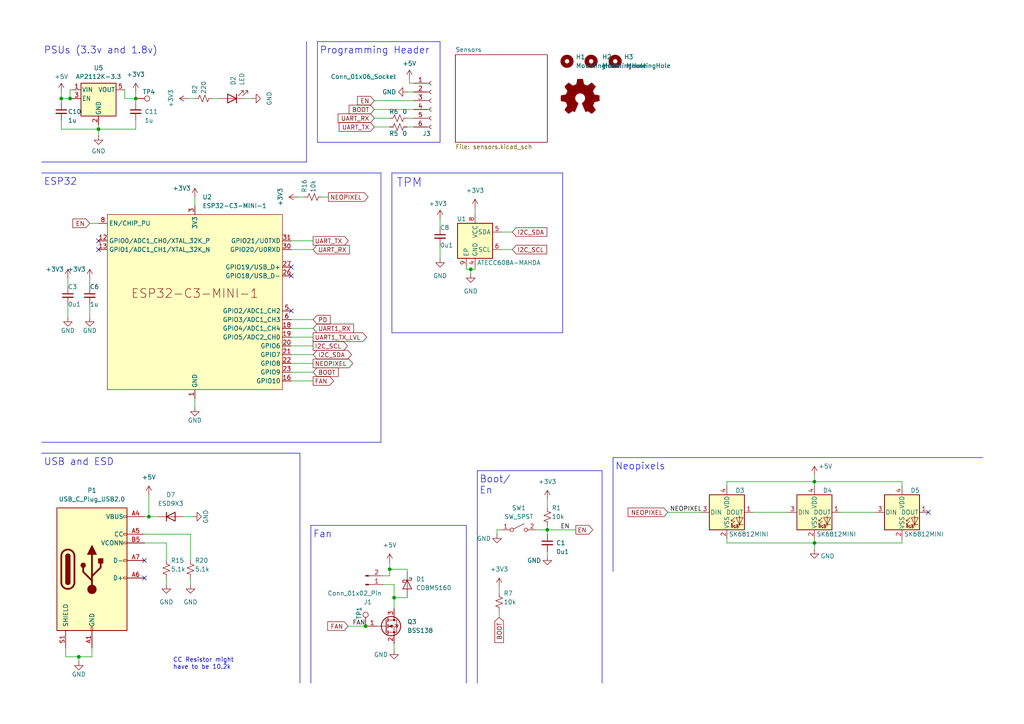
<source format=kicad_sch>
(kicad_sch (version 20230121) (generator eeschema)
  (paper "A4")
  (lib_symbols
    (symbol "Connector:Conn_01x02_Pin" (pin_names (offset 1.016) hide)
      (property "Reference" "J" (at 0 2.54 0))
      (property "Value" "Conn_01x02_Pin" (at 0 -5.08 0))
      (symbol "Conn_01x02_Pin_1_1"
        (polyline (pts (xy 1.27 -2.54) (xy 0.8636 -2.54)) (stroke (width 0.1524)))
        (polyline (pts (xy 1.27 0) (xy 0.8636 0)) (stroke (width 0.1524)))
        (rectangle (start 0.8636 -2.413) (end 0 -2.667) (stroke (width 0.1524)) (fill (type outline)))
        (rectangle (start 0.8636 0.127) (end 0 -0.127) (stroke (width 0.1524)) (fill (type outline)))
        (pin passive line (at 5.08 0 180) (length 3.81) (name "Pin_1") (number "1"))
        (pin passive line (at 5.08 -2.54 180) (length 3.81) (name "Pin_2") (number "2"))
      )
    )
    (symbol "Connector:Conn_01x06_Socket" (pin_names (offset 1.016) hide)
      (property "Reference" "J" (at 0 7.62 0))
      (property "Value" "Conn_01x06_Socket" (at 0 -10.16 0))
      (symbol "Conn_01x06_Socket_1_1"
        (arc (start 0 -7.112) (mid -0.5058 -7.62) (end 0 -8.128) (stroke (width 0.1524)))
        (arc (start 0 -4.572) (mid -0.5058 -5.08) (end 0 -5.588) (stroke (width 0.1524)))
        (arc (start 0 -2.032) (mid -0.5058 -2.54) (end 0 -3.048) (stroke (width 0.1524)))
        (polyline (pts (xy -1.27 -7.62) (xy -0.508 -7.62)) (stroke (width 0.1524)))
        (polyline (pts (xy -1.27 -5.08) (xy -0.508 -5.08)) (stroke (width 0.1524)))
        (polyline (pts (xy -1.27 -2.54) (xy -0.508 -2.54)) (stroke (width 0.1524)))
        (polyline (pts (xy -1.27 0) (xy -0.508 0)) (stroke (width 0.1524)))
        (polyline (pts (xy -1.27 2.54) (xy -0.508 2.54)) (stroke (width 0.1524)))
        (polyline (pts (xy -1.27 5.08) (xy -0.508 5.08)) (stroke (width 0.1524)))
        (arc (start 0 0.508) (mid -0.5058 0) (end 0 -0.508) (stroke (width 0.1524)))
        (arc (start 0 3.048) (mid -0.5058 2.54) (end 0 2.032) (stroke (width 0.1524)))
        (arc (start 0 5.588) (mid -0.5058 5.08) (end 0 4.572) (stroke (width 0.1524)))
        (pin passive line (at -5.08 5.08 0) (length 3.81) (name "Pin_1") (number "1"))
        (pin passive line (at -5.08 2.54 0) (length 3.81) (name "Pin_2") (number "2"))
        (pin passive line (at -5.08 0 0) (length 3.81) (name "Pin_3") (number "3"))
        (pin passive line (at -5.08 -2.54 0) (length 3.81) (name "Pin_4") (number "4"))
        (pin passive line (at -5.08 -5.08 0) (length 3.81) (name "Pin_5") (number "5"))
        (pin passive line (at -5.08 -7.62 0) (length 3.81) (name "Pin_6") (number "6"))
      )
    )
    (symbol "Connector:TestPoint" (pin_numbers hide) (pin_names (offset 0.762) hide)
      (property "Reference" "TP" (at 0 6.858 0))
      (property "Value" "TestPoint" (at 0 5.08 0))
      (symbol "TestPoint_0_1"
        (circle (center 0 3.302) (radius 0.762))
      )
      (symbol "TestPoint_1_1"
        (pin passive line (at 0 0 90) (length 2.54) (name "1") (number "1"))
      )
    )
    (symbol "Connector:USB_C_Plug_USB2.0" (pin_names (offset 1.016))
      (property "Reference" "P" (at -10.16 19.05 0))
      (property "Value" "USB_C_Plug_USB2.0" (at 12.7 19.05 0))
      (symbol "USB_C_Plug_USB2.0_0_0"
        (rectangle (start -0.254 -17.78) (end 0.254 -16.764))
        (rectangle (start 10.16 -2.286) (end 9.144 -2.794))
        (rectangle (start 10.16 2.794) (end 9.144 2.286))
        (rectangle (start 10.16 7.874) (end 9.144 7.366))
        (rectangle (start 10.16 10.414) (end 9.144 9.906))
        (rectangle (start 10.16 15.494) (end 9.144 14.986))
      )
      (symbol "USB_C_Plug_USB2.0_0_1"
        (rectangle (start -10.16 17.78) (end 10.16 -17.78) (stroke (width 0.254)) (fill (type background)))
        (arc (start -8.89 -3.81) (mid -6.985 -5.7067) (end -5.08 -3.81) (stroke (width 0.508)))
        (arc (start -7.62 -3.81) (mid -6.985 -4.4423) (end -6.35 -3.81) (stroke (width 0.254)))
        (arc (start -7.62 -3.81) (mid -6.985 -4.4423) (end -6.35 -3.81) (stroke (width 0.254)) (fill (type outline)))
        (rectangle (start -7.62 -3.81) (end -6.35 3.81) (stroke (width 0.254)) (fill (type outline)))
        (arc (start -6.35 3.81) (mid -6.985 4.4423) (end -7.62 3.81) (stroke (width 0.254)))
        (arc (start -6.35 3.81) (mid -6.985 4.4423) (end -7.62 3.81) (stroke (width 0.254)) (fill (type outline)))
        (arc (start -5.08 3.81) (mid -6.985 5.7067) (end -8.89 3.81) (stroke (width 0.508)))
        (circle (center -2.54 1.143) (radius 0.635) (stroke (width 0.254)) (fill (type outline)))
        (circle (center 0 -5.842) (radius 1.27) (fill (type outline)))
        (polyline (pts (xy -8.89 -3.81) (xy -8.89 3.81)) (stroke (width 0.508)))
        (polyline (pts (xy -5.08 3.81) (xy -5.08 -3.81)) (stroke (width 0.508)))
        (polyline (pts (xy 0 -5.842) (xy 0 4.318)) (stroke (width 0.508)))
        (polyline (pts (xy 0 -3.302) (xy -2.54 -0.762) (xy -2.54 0.508)) (stroke (width 0.508)))
        (polyline (pts (xy 0 -2.032) (xy 2.54 0.508) (xy 2.54 1.778)) (stroke (width 0.508)))
        (polyline (pts (xy -1.27 4.318) (xy 0 6.858) (xy 1.27 4.318) (xy -1.27 4.318)) (stroke (width 0.254)) (fill (type outline)))
        (rectangle (start 1.905 1.778) (end 3.175 3.048) (stroke (width 0.254)) (fill (type outline)))
      )
      (symbol "USB_C_Plug_USB2.0_1_1"
        (pin passive line (at 0 -22.86 90) (length 5.08) (name "GND") (number "A1"))
        (pin passive line (at 0 -22.86 90) (length 5.08) hide (name "GND") (number "A12"))
        (pin passive line (at 15.24 15.24 180) (length 5.08) (name "VBUS") (number "A4"))
        (pin bidirectional line (at 15.24 10.16 180) (length 5.08) (name "CC") (number "A5"))
        (pin bidirectional line (at 15.24 -2.54 180) (length 5.08) (name "D+") (number "A6"))
        (pin bidirectional line (at 15.24 2.54 180) (length 5.08) (name "D-") (number "A7"))
        (pin passive line (at 15.24 15.24 180) (length 5.08) hide (name "VBUS") (number "A9"))
        (pin passive line (at 0 -22.86 90) (length 5.08) hide (name "GND") (number "B1"))
        (pin passive line (at 0 -22.86 90) (length 5.08) hide (name "GND") (number "B12"))
        (pin passive line (at 15.24 15.24 180) (length 5.08) hide (name "VBUS") (number "B4"))
        (pin bidirectional line (at 15.24 7.62 180) (length 5.08) (name "VCONN") (number "B5"))
        (pin passive line (at 15.24 15.24 180) (length 5.08) hide (name "VBUS") (number "B9"))
        (pin passive line (at -7.62 -22.86 90) (length 5.08) (name "SHIELD") (number "S1"))
      )
    )
    (symbol "Device:C_Small" (pin_numbers hide) (pin_names (offset 0.254) hide)
      (property "Reference" "C" (at 0.254 1.778 0))
      (property "Value" "C_Small" (at 0.254 -2.032 0))
      (symbol "C_Small_0_1"
        (polyline (pts (xy -1.524 -0.508) (xy 1.524 -0.508)) (stroke (width 0.3302)))
        (polyline (pts (xy -1.524 0.508) (xy 1.524 0.508)) (stroke (width 0.3048)))
      )
      (symbol "C_Small_1_1"
        (pin passive line (at 0 2.54 270) (length 2.032) (name "~") (number "1"))
        (pin passive line (at 0 -2.54 90) (length 2.032) (name "~") (number "2"))
      )
    )
    (symbol "Device:LED" (pin_numbers hide) (pin_names (offset 1.016) hide)
      (property "Reference" "D" (at 0 2.54 0))
      (property "Value" "LED" (at 0 -2.54 0))
      (symbol "LED_0_1"
        (polyline (pts (xy -1.27 -1.27) (xy -1.27 1.27)) (stroke (width 0.254)))
        (polyline (pts (xy -1.27 0) (xy 1.27 0)))
        (polyline (pts (xy 1.27 -1.27) (xy 1.27 1.27) (xy -1.27 0) (xy 1.27 -1.27)) (stroke (width 0.254)))
        (polyline (pts (xy -3.048 -0.762) (xy -4.572 -2.286) (xy -3.81 -2.286) (xy -4.572 -2.286) (xy -4.572 -1.524)))
        (polyline (pts (xy -1.778 -0.762) (xy -3.302 -2.286) (xy -2.54 -2.286) (xy -3.302 -2.286) (xy -3.302 -1.524)))
      )
      (symbol "LED_1_1"
        (pin passive line (at -3.81 0 0) (length 2.54) (name "K") (number "1"))
        (pin passive line (at 3.81 0 180) (length 2.54) (name "A") (number "2"))
      )
    )
    (symbol "Device:R_Small_US" (pin_numbers hide) (pin_names (offset 0.254) hide)
      (property "Reference" "R" (at 0.762 0.508 0))
      (property "Value" "R_Small_US" (at 0.762 -1.016 0))
      (symbol "R_Small_US_1_1"
        (polyline (pts (xy 0 0) (xy 1.016 -0.381) (xy 0 -0.762) (xy -1.016 -1.143) (xy 0 -1.524)))
        (polyline (pts (xy 0 1.524) (xy 1.016 1.143) (xy 0 0.762) (xy -1.016 0.381) (xy 0 0)))
        (pin passive line (at 0 2.54 270) (length 1.016) (name "~") (number "1"))
        (pin passive line (at 0 -2.54 90) (length 1.016) (name "~") (number "2"))
      )
    )
    (symbol "Diode:MBR1020VL" (pin_numbers hide) (pin_names hide)
      (property "Reference" "D" (at 0 2.54 0))
      (property "Value" "MBR1020VL" (at 0 -2.54 0))
      (symbol "MBR1020VL_0_1"
        (polyline (pts (xy 1.27 0) (xy -1.27 0)))
        (polyline (pts (xy 1.27 1.27) (xy 1.27 -1.27) (xy -1.27 0) (xy 1.27 1.27)) (stroke (width 0.2032)))
        (polyline (pts (xy -1.905 0.635) (xy -1.905 1.27) (xy -1.27 1.27) (xy -1.27 -1.27) (xy -0.635 -1.27) (xy -0.635 -0.635)) (stroke (width 0.2032)))
      )
      (symbol "MBR1020VL_1_1"
        (pin passive line (at -3.81 0 0) (length 2.54) (name "K") (number "1"))
        (pin passive line (at 3.81 0 180) (length 2.54) (name "A") (number "2"))
      )
    )
    (symbol "Graphic:Logo_Open_Hardware_Small" (in_bom no) (on_board no)
      (symbol "Logo_Open_Hardware_Small_0_1"
        (polyline (pts (xy 3.3528 -4.3434) (xy 3.302 -4.318) (xy 3.175 -4.2418) (xy 2.9972 -4.1148) (xy 2.7686 -3.9624) (xy 2.54 -3.81) (xy 2.3622 -3.7084) (xy 2.2352 -3.6068) (xy 2.1844 -3.5814) (xy 2.159 -3.6068) (xy 2.0574 -3.6576) (xy 1.905 -3.7338) (xy 1.8034 -3.7846) (xy 1.6764 -3.8354) (xy 1.6002 -3.8354) (xy 1.6002 -3.8354) (xy 1.5494 -3.7338) (xy 1.4732 -3.5306) (xy 1.3462 -3.302) (xy 1.2446 -3.0226) (xy 1.1176 -2.7178) (xy 0.9652 -2.413) (xy 0.8636 -2.1082) (xy 0.7366 -1.8288) (xy 0.6604 -1.6256) (xy 0.6096 -1.4732) (xy 0.5842 -1.397) (xy 0.5842 -1.397) (xy 0.6604 -1.3208) (xy 0.7874 -1.2446) (xy 1.0414 -1.016) (xy 1.2954 -0.6858) (xy 1.4478 -0.3302) (xy 1.524 0.0762) (xy 1.4732 0.4572) (xy 1.3208 0.8128) (xy 1.0668 1.143) (xy 0.762 1.3716) (xy 0.4064 1.524) (xy 0 1.5748) (xy -0.381 1.5494) (xy -0.7366 1.397) (xy -1.0668 1.143) (xy -1.2192 0.9906) (xy -1.397 0.6604) (xy -1.524 0.3048) (xy -1.524 0.2286) (xy -1.4986 -0.1778) (xy -1.397 -0.5334) (xy -1.1938 -0.8636) (xy -0.9144 -1.143) (xy -0.8636 -1.1684) (xy -0.7366 -1.27) (xy -0.635 -1.3462) (xy -0.5842 -1.397) (xy -1.0668 -2.5908) (xy -1.143 -2.794) (xy -1.2954 -3.1242) (xy -1.397 -3.4036) (xy -1.4986 -3.6322) (xy -1.5748 -3.7846) (xy -1.6002 -3.8354) (xy -1.6002 -3.8354) (xy -1.651 -3.8354) (xy -1.7272 -3.81) (xy -1.905 -3.7338) (xy -2.0066 -3.683) (xy -2.1336 -3.6068) (xy -2.2098 -3.5814) (xy -2.2606 -3.6068) (xy -2.3622 -3.683) (xy -2.54 -3.81) (xy -2.7686 -3.9624) (xy -2.9718 -4.0894) (xy -3.1496 -4.2164) (xy -3.302 -4.318) (xy -3.3528 -4.3434) (xy -3.3782 -4.3434) (xy -3.429 -4.318) (xy -3.5306 -4.2164) (xy -3.7084 -4.064) (xy -3.937 -3.8354) (xy -3.9624 -3.81) (xy -4.1656 -3.6068) (xy -4.318 -3.4544) (xy -4.4196 -3.3274) (xy -4.445 -3.2766) (xy -4.445 -3.2766) (xy -4.4196 -3.2258) (xy -4.318 -3.0734) (xy -4.2164 -2.8956) (xy -4.064 -2.667) (xy -3.6576 -2.0828) (xy -3.8862 -1.5494) (xy -3.937 -1.3716) (xy -4.0386 -1.1684) (xy -4.0894 -1.0414) (xy -4.1148 -0.9652) (xy -4.191 -0.9398) (xy -4.318 -0.9144) (xy -4.5466 -0.8636) (xy -4.8006 -0.8128) (xy -5.0546 -0.7874) (xy -5.2578 -0.7366) (xy -5.4356 -0.7112) (xy -5.5118 -0.6858) (xy -5.5118 -0.6858) (xy -5.5372 -0.635) (xy -5.5372 -0.5588) (xy -5.5372 -0.4318) (xy -5.5626 -0.2286) (xy -5.5626 0.0762) (xy -5.5626 0.127) (xy -5.5372 0.4064) (xy -5.5372 0.635) (xy -5.5372 0.762) (xy -5.5372 0.8382) (xy -5.5372 0.8382) (xy -5.461 0.8382) (xy -5.3086 0.889) (xy -5.08 0.9144) (xy -4.826 0.9652) (xy -4.8006 0.9906) (xy -4.5466 1.0414) (xy -4.318 1.0668) (xy -4.1656 1.1176) (xy -4.0894 1.143) (xy -4.0894 1.143) (xy -4.0386 1.2446) (xy -3.9624 1.4224) (xy -3.8608 1.6256) (xy -3.7846 1.8288) (xy -3.7084 2.0066) (xy -3.6576 2.159) (xy -3.6322 2.2098) (xy -3.6322 2.2098) (xy -3.683 2.286) (xy -3.7592 2.413) (xy -3.8862 2.5908) (xy -4.064 2.8194) (xy -4.064 2.8448) (xy -4.2164 3.0734) (xy -4.3434 3.2512) (xy -4.4196 3.3782) (xy -4.445 3.4544) (xy -4.445 3.4544) (xy -4.3942 3.5052) (xy -4.2926 3.6322) (xy -4.1148 3.81) (xy -3.937 4.0132) (xy -3.8608 4.064) (xy -3.6576 4.2926) (xy -3.5052 4.4196) (xy -3.4036 4.4958) (xy -3.3528 4.5212) (xy -3.3528 4.5212) (xy -3.302 4.4704) (xy -3.1496 4.3688) (xy -2.9718 4.2418) (xy -2.7432 4.0894) (xy -2.7178 4.0894) (xy -2.4892 3.937) (xy -2.3114 3.81) (xy -2.1844 3.7084) (xy -2.1336 3.683) (xy -2.1082 3.683) (xy -2.032 3.7084) (xy -1.8542 3.7592) (xy -1.6764 3.8354) (xy -1.4732 3.937) (xy -1.27 4.0132) (xy -1.143 4.064) (xy -1.0668 4.1148) (xy -1.0668 4.1148) (xy -1.0414 4.191) (xy -1.016 4.3434) (xy -0.9652 4.572) (xy -0.9144 4.8514) (xy -0.889 4.9022) (xy -0.8382 5.1562) (xy -0.8128 5.3848) (xy -0.7874 5.5372) (xy -0.762 5.588) (xy -0.7112 5.6134) (xy -0.5842 5.6134) (xy -0.4064 5.6134) (xy -0.1524 5.6134) (xy 0.0762 5.6134) (xy 0.3302 5.6134) (xy 0.5334 5.6134) (xy 0.6858 5.588) (xy 0.7366 5.588) (xy 0.7366 5.588) (xy 0.762 5.5118) (xy 0.8128 5.334) (xy 0.8382 5.1054) (xy 0.9144 4.826) (xy 0.9144 4.7752) (xy 0.9652 4.5212) (xy 1.016 4.2926) (xy 1.0414 4.1402) (xy 1.0668 4.0894) (xy 1.0668 4.0894) (xy 1.1938 4.0386) (xy 1.3716 3.9624) (xy 1.5748 3.8608) (xy 2.0828 3.6576) (xy 2.7178 4.0894) (xy 2.7686 4.1402) (xy 2.9972 4.2926) (xy 3.175 4.4196) (xy 3.302 4.4958) (xy 3.3782 4.5212) (xy 3.3782 4.5212) (xy 3.429 4.4704) (xy 3.556 4.3434) (xy 3.7338 4.191) (xy 3.9116 3.9878) (xy 4.064 3.8354) (xy 4.2418 3.6576) (xy 4.3434 3.556) (xy 4.4196 3.4798) (xy 4.4196 3.429) (xy 4.4196 3.4036) (xy 4.3942 3.3274) (xy 4.2926 3.2004) (xy 4.1656 2.9972) (xy 4.0132 2.794) (xy 3.8862 2.5908) (xy 3.7592 2.3876) (xy 3.6576 2.2352) (xy 3.6322 2.159) (xy 3.6322 2.1336) (xy 3.683 2.0066) (xy 3.7592 1.8288) (xy 3.8608 1.6002) (xy 4.064 1.1176) (xy 4.3942 1.0414) (xy 4.5974 1.016) (xy 4.8768 0.9652) (xy 5.1308 0.9144) (xy 5.5372 0.8382) (xy 5.5626 -0.6604) (xy 5.4864 -0.6858) (xy 5.4356 -0.6858) (xy 5.2832 -0.7366) (xy 5.0546 -0.762) (xy 4.8006 -0.8128) (xy 4.5974 -0.8636) (xy 4.3688 -0.9144) (xy 4.2164 -0.9398) (xy 4.1402 -0.9398) (xy 4.1148 -0.9652) (xy 4.064 -1.0668) (xy 3.9878 -1.2446) (xy 3.9116 -1.4478) (xy 3.81 -1.651) (xy 3.7338 -1.8542) (xy 3.683 -2.0066) (xy 3.6576 -2.0828) (xy 3.683 -2.1336) (xy 3.7846 -2.2606) (xy 3.8862 -2.4638) (xy 4.0386 -2.667) (xy 4.191 -2.8956) (xy 4.318 -3.0734) (xy 4.3942 -3.2004) (xy 4.445 -3.2766) (xy 4.4196 -3.3274) (xy 4.3434 -3.429) (xy 4.1656 -3.5814) (xy 3.937 -3.8354) (xy 3.8862 -3.8608) (xy 3.683 -4.064) (xy 3.5306 -4.2164) (xy 3.4036 -4.318) (xy 3.3528 -4.3434)) (fill (type outline)))
      )
    )
    (symbol "Kevin_Lutzer_Lbr:ESD9X5" (pin_numbers hide) (pin_names hide)
      (property "Reference" "D" (at 0 2.54 0))
      (property "Value" "ESD9X3" (at 0 -2.54 0))
      (symbol "ESD9X5_0_1"
        (polyline (pts (xy -1.27 1.27) (xy -1.27 -1.27)) (stroke (width 0.254)))
        (polyline (pts (xy 1.27 0) (xy -1.27 0)))
        (polyline (pts (xy 1.27 1.27) (xy 1.27 -1.27) (xy -1.27 0) (xy 1.27 1.27)) (stroke (width 0.254)))
      )
      (symbol "ESD9X5_1_1"
        (pin passive line (at -3.81 0 0) (length 2.54) (name "K") (number "1"))
        (pin passive line (at 3.81 0 180) (length 2.54) (name "A") (number "2"))
      )
    )
    (symbol "LED:SK6812MINI" (pin_names (offset 0.254))
      (property "Reference" "D" (at 5.08 5.715 0))
      (property "Value" "SK6812MINI" (at 1.27 -5.715 0))
      (symbol "SK6812MINI_0_0"
        (text "RGB" (at 2.286 -4.191 0) (effects (font (size 0.762 0.762))))
      )
      (symbol "SK6812MINI_0_1"
        (polyline (pts (xy 1.27 -3.556) (xy 1.778 -3.556)))
        (polyline (pts (xy 1.27 -2.54) (xy 1.778 -2.54)))
        (polyline (pts (xy 4.699 -3.556) (xy 2.667 -3.556)))
        (polyline (pts (xy 2.286 -2.54) (xy 1.27 -3.556) (xy 1.27 -3.048)))
        (polyline (pts (xy 2.286 -1.524) (xy 1.27 -2.54) (xy 1.27 -2.032)))
        (polyline (pts (xy 3.683 -1.016) (xy 3.683 -3.556) (xy 3.683 -4.064)))
        (polyline (pts (xy 4.699 -1.524) (xy 2.667 -1.524) (xy 3.683 -3.556) (xy 4.699 -1.524)))
        (rectangle (start 5.08 5.08) (end -5.08 -5.08) (stroke (width 0.254)) (fill (type background)))
      )
      (symbol "SK6812MINI_1_1"
        (pin output line (at 7.62 0 180) (length 2.54) (name "DOUT") (number "1"))
        (pin power_in line (at 0 -7.62 90) (length 2.54) (name "VSS") (number "2"))
        (pin input line (at -7.62 0 0) (length 2.54) (name "DIN") (number "3"))
        (pin power_in line (at 0 7.62 270) (length 2.54) (name "VDD") (number "4"))
      )
    )
    (symbol "Mechanical:MountingHole" (pin_names (offset 1.016))
      (property "Reference" "H" (at 0 5.08 0))
      (property "Value" "MountingHole" (at 0 3.175 0))
      (symbol "MountingHole_0_1"
        (circle (center 0 0) (radius 1.27) (stroke (width 1.27)))
      )
    )
    (symbol "PCM_Espressif:ESP32-C3-MINI-1"
      (property "Reference" "U" (at -25.4 30.48 0))
      (property "Value" "ESP32-C3-MINI-1" (at -25.4 27.94 0))
      (symbol "ESP32-C3-MINI-1_0_0"
        (text "ESP32-C3-MINI-1" (at 0 2.54 0) (effects (font (size 2.54 2.54))))
      )
      (symbol "ESP32-C3-MINI-1_0_1"
        (rectangle (start -25.4 25.4) (end 25.4 -25.4) (fill (type background)))
      )
      (symbol "ESP32-C3-MINI-1_1_1"
        (pin power_in line (at 0 -27.94 90) (length 2.54) (name "GND") (number "1"))
        (pin no_connect line (at -25.4 2.54 0) (length 2.54) hide (name "NC") (number "10"))
        (pin passive line (at 0 -27.94 90) (length 2.54) hide (name "GND") (number "11"))
        (pin bidirectional line (at -27.94 17.78 0) (length 2.54) (name "GPIO0/ADC1_CH0/XTAL_32K_P") (number "12"))
        (pin bidirectional line (at -27.94 15.24 0) (length 2.54) (name "GPIO1/ADC1_CH1/XTAL_32K_N") (number "13"))
        (pin passive line (at 0 -27.94 90) (length 2.54) hide (name "GND") (number "14"))
        (pin no_connect line (at -25.4 0 0) (length 2.54) hide (name "NC") (number "15"))
        (pin bidirectional line (at 27.94 -22.86 180) (length 2.54) (name "GPIO10") (number "16"))
        (pin no_connect line (at -25.4 -2.54 0) (length 2.54) hide (name "NC") (number "17"))
        (pin bidirectional line (at 27.94 -7.62 180) (length 2.54) (name "GPIO4/ADC1_CH4") (number "18"))
        (pin bidirectional line (at 27.94 -10.16 180) (length 2.54) (name "GPIO5/ADC2_CH0") (number "19"))
        (pin passive line (at 0 -27.94 90) (length 2.54) hide (name "GND") (number "2"))
        (pin bidirectional line (at 27.94 -12.7 180) (length 2.54) (name "GPIO6") (number "20"))
        (pin bidirectional line (at 27.94 -15.24 180) (length 2.54) (name "GPIO7") (number "21"))
        (pin bidirectional line (at 27.94 -17.78 180) (length 2.54) (name "GPIO8") (number "22"))
        (pin bidirectional line (at 27.94 -20.32 180) (length 2.54) (name "GPIO9") (number "23"))
        (pin no_connect line (at -25.4 -5.08 0) (length 2.54) hide (name "NC") (number "24"))
        (pin no_connect line (at -25.4 -7.62 0) (length 2.54) hide (name "NC") (number "25"))
        (pin bidirectional line (at 27.94 7.62 180) (length 2.54) (name "GPIO18/USB_D-") (number "26"))
        (pin bidirectional line (at 27.94 10.16 180) (length 2.54) (name "GPIO19/USB_D+") (number "27"))
        (pin no_connect line (at -25.4 -10.16 0) (length 2.54) hide (name "NC") (number "28"))
        (pin no_connect line (at -25.4 -12.7 0) (length 2.54) hide (name "NC") (number "29"))
        (pin power_in line (at 0 27.94 270) (length 2.54) (name "3V3") (number "3"))
        (pin bidirectional line (at 27.94 15.24 180) (length 2.54) (name "GPIO20/U0RXD") (number "30"))
        (pin bidirectional line (at 27.94 17.78 180) (length 2.54) (name "GPIO21/U0TXD") (number "31"))
        (pin no_connect line (at -25.4 -15.24 0) (length 2.54) hide (name "NC") (number "32"))
        (pin no_connect line (at -25.4 -17.78 0) (length 2.54) hide (name "NC") (number "33"))
        (pin no_connect line (at -25.4 -20.32 0) (length 2.54) hide (name "NC") (number "34"))
        (pin no_connect line (at -25.4 -22.86 0) (length 2.54) hide (name "NC") (number "35"))
        (pin passive line (at 0 -27.94 90) (length 2.54) hide (name "GND") (number "36"))
        (pin passive line (at 0 -27.94 90) (length 2.54) hide (name "GND") (number "37"))
        (pin passive line (at 0 -27.94 90) (length 2.54) hide (name "GND") (number "38"))
        (pin passive line (at 0 -27.94 90) (length 2.54) hide (name "GND") (number "39"))
        (pin no_connect line (at -25.4 10.16 0) (length 2.54) hide (name "NC") (number "4"))
        (pin passive line (at 0 -27.94 90) (length 2.54) hide (name "GND") (number "40"))
        (pin passive line (at 0 -27.94 90) (length 2.54) hide (name "GND") (number "41"))
        (pin passive line (at 0 -27.94 90) (length 2.54) hide (name "GND") (number "42"))
        (pin passive line (at 0 -27.94 90) (length 2.54) hide (name "GND") (number "43"))
        (pin passive line (at 0 -27.94 90) (length 2.54) hide (name "GND") (number "44"))
        (pin passive line (at 0 -27.94 90) (length 2.54) hide (name "GND") (number "45"))
        (pin passive line (at 0 -27.94 90) (length 2.54) hide (name "GND") (number "46"))
        (pin passive line (at 0 -27.94 90) (length 2.54) hide (name "GND") (number "47"))
        (pin passive line (at 0 -27.94 90) (length 2.54) hide (name "GND") (number "48"))
        (pin passive line (at 0 -27.94 90) (length 2.54) hide (name "GND") (number "49"))
        (pin bidirectional line (at 27.94 -2.54 180) (length 2.54) (name "GPIO2/ADC1_CH2") (number "5"))
        (pin passive line (at 0 -27.94 90) (length 2.54) hide (name "GND") (number "50"))
        (pin passive line (at 0 -27.94 90) (length 2.54) hide (name "GND") (number "51"))
        (pin passive line (at 0 -27.94 90) (length 2.54) hide (name "GND") (number "52"))
        (pin passive line (at 0 -27.94 90) (length 2.54) hide (name "GND") (number "53"))
        (pin bidirectional line (at 27.94 -5.08 180) (length 2.54) (name "GPIO3/ADC1_CH3") (number "6"))
        (pin no_connect line (at -25.4 7.62 0) (length 2.54) hide (name "NC") (number "7"))
        (pin input line (at -27.94 22.86 0) (length 2.54) (name "EN/CHIP_PU") (number "8"))
        (pin no_connect line (at -25.4 5.08 0) (length 2.54) hide (name "NC") (number "9"))
      )
    )
    (symbol "Regulator_Linear:AP2112K-3.3" (pin_names (offset 0.254))
      (property "Reference" "U" (at -5.08 5.715 0))
      (property "Value" "AP2112K-3.3" (at 0 5.715 0))
      (symbol "AP2112K-3.3_0_1"
        (rectangle (start -5.08 4.445) (end 5.08 -5.08) (stroke (width 0.254)) (fill (type background)))
      )
      (symbol "AP2112K-3.3_1_1"
        (pin power_in line (at -7.62 2.54 0) (length 2.54) (name "VIN") (number "1"))
        (pin power_in line (at 0 -7.62 90) (length 2.54) (name "GND") (number "2"))
        (pin input line (at -7.62 0 0) (length 2.54) (name "EN") (number "3"))
        (pin no_connect line (at 5.08 0 180) (length 2.54) hide (name "NC") (number "4"))
        (pin power_out line (at 7.62 2.54 180) (length 2.54) (name "VOUT") (number "5"))
      )
    )
    (symbol "Security:ATECC608A-MAHDA"
      (property "Reference" "U" (at 3.81 6.35 0))
      (property "Value" "ATECC608A-MAHDA" (at 10.16 -6.35 0))
      (symbol "ATECC608A-MAHDA_0_1"
        (rectangle (start -5.08 5.08) (end 5.08 -5.08) (stroke (width 0.254)) (fill (type background)))
      )
      (symbol "ATECC608A-MAHDA_1_1"
        (pin no_connect line (at -5.08 2.54 0) (length 2.54) hide (name "NC") (number "1"))
        (pin no_connect line (at -5.08 0 0) (length 2.54) hide (name "NC") (number "2"))
        (pin no_connect line (at -5.08 -2.54 0) (length 2.54) hide (name "NC") (number "3"))
        (pin power_in line (at 0 -7.62 90) (length 2.54) (name "GND") (number "4"))
        (pin bidirectional line (at 7.62 2.54 180) (length 2.54) (name "SDA") (number "5"))
        (pin input line (at 7.62 -2.54 180) (length 2.54) (name "SCL") (number "6"))
        (pin no_connect line (at 5.08 0 180) (length 2.54) hide (name "NC") (number "7"))
        (pin power_in line (at 0 7.62 270) (length 2.54) (name "VCC") (number "8"))
        (pin input line (at -2.54 -7.62 90) (length 2.54) (name "EP") (number "9"))
      )
    )
    (symbol "Switch:SW_SPST" (pin_names (offset 0) hide)
      (property "Reference" "SW" (at 0 3.175 0))
      (property "Value" "SW_SPST" (at 0 -2.54 0))
      (symbol "SW_SPST_0_0"
        (circle (center -2.032 0) (radius 0.508))
        (polyline (pts (xy -1.524 0.254) (xy 1.524 1.778)))
        (circle (center 2.032 0) (radius 0.508))
      )
      (symbol "SW_SPST_1_1"
        (pin passive line (at -5.08 0 0) (length 2.54) (name "A") (number "1"))
        (pin passive line (at 5.08 0 180) (length 2.54) (name "B") (number "2"))
      )
    )
    (symbol "Transistor_FET:BSS138" (pin_names hide)
      (property "Reference" "Q" (at 5.08 1.905 0))
      (property "Value" "BSS138" (at 5.08 0 0))
      (symbol "BSS138_0_1"
        (polyline (pts (xy 0.254 0) (xy -2.54 0)))
        (polyline (pts (xy 0.254 1.905) (xy 0.254 -1.905)) (stroke (width 0.254)))
        (polyline (pts (xy 0.762 -1.27) (xy 0.762 -2.286)) (stroke (width 0.254)))
        (polyline (pts (xy 0.762 0.508) (xy 0.762 -0.508)) (stroke (width 0.254)))
        (polyline (pts (xy 0.762 2.286) (xy 0.762 1.27)) (stroke (width 0.254)))
        (polyline (pts (xy 2.54 2.54) (xy 2.54 1.778)))
        (polyline (pts (xy 2.54 -2.54) (xy 2.54 0) (xy 0.762 0)))
        (polyline (pts (xy 0.762 -1.778) (xy 3.302 -1.778) (xy 3.302 1.778) (xy 0.762 1.778)))
        (polyline (pts (xy 1.016 0) (xy 2.032 0.381) (xy 2.032 -0.381) (xy 1.016 0)) (fill (type outline)))
        (polyline (pts (xy 2.794 0.508) (xy 2.921 0.381) (xy 3.683 0.381) (xy 3.81 0.254)))
        (polyline (pts (xy 3.302 0.381) (xy 2.921 -0.254) (xy 3.683 -0.254) (xy 3.302 0.381)))
        (circle (center 1.651 0) (radius 2.794) (stroke (width 0.254)))
        (circle (center 2.54 -1.778) (radius 0.254) (fill (type outline)))
        (circle (center 2.54 1.778) (radius 0.254) (fill (type outline)))
      )
      (symbol "BSS138_1_1"
        (pin input line (at -5.08 0 0) (length 2.54) (name "G") (number "1"))
        (pin passive line (at 2.54 -5.08 90) (length 2.54) (name "S") (number "2"))
        (pin passive line (at 2.54 5.08 270) (length 2.54) (name "D") (number "3"))
      )
    )
    (symbol "power:+3V3" (power) (pin_names (offset 0))
      (property "Value" "+3V3" (at 0 3.556 0))
      (symbol "+3V3_0_1"
        (polyline (pts (xy -0.762 1.27) (xy 0 2.54)))
        (polyline (pts (xy 0 0) (xy 0 2.54)))
        (polyline (pts (xy 0 2.54) (xy 0.762 1.27)))
      )
      (symbol "+3V3_1_1"
        (pin power_in line (at 0 0 90) (length 0) hide (name "+3V3") (number "1"))
      )
    )
    (symbol "power:+5V" (power) (pin_names (offset 0))
      (property "Value" "+5V" (at 0 3.556 0))
      (symbol "+5V_0_1"
        (polyline (pts (xy -0.762 1.27) (xy 0 2.54)))
        (polyline (pts (xy 0 0) (xy 0 2.54)))
        (polyline (pts (xy 0 2.54) (xy 0.762 1.27)))
      )
      (symbol "+5V_1_1"
        (pin power_in line (at 0 0 90) (length 0) hide (name "+5V") (number "1"))
      )
    )
    (symbol "power:GND" (power) (pin_names (offset 0))
      (property "Value" "GND" (at 0 -3.81 0))
      (symbol "GND_0_1"
        (polyline (pts (xy 0 0) (xy 0 -1.27) (xy 1.27 -1.27) (xy 0 -2.54) (xy -1.27 -1.27) (xy 0 -1.27)))
      )
      (symbol "GND_1_1"
        (pin power_in line (at 0 0 270) (length 0) hide (name "GND") (number "1"))
      )
    )
  )
  (junction (at 158.75 153.67))
  (junction (at 43.18 149.86))
  (junction (at 17.78 28.575))
  (junction (at 236.22 139.7))
  (junction (at 114.3 173.355))
  (junction (at 20.32 28.575))
  (junction (at 113.03 165.1))
  (junction (at 39.37 28.575))
  (junction (at 106.045 181.61))
  (junction (at 136.525 78.105))
  (junction (at 236.22 157.48))
  (junction (at 22.86 190.5))
  (junction (at 28.575 37.465))
  (no_connect (at 84.455 90.17))
  (no_connect (at 28.575 72.39))
  (no_connect (at 28.575 69.85))
  (no_connect (at 84.455 80.01))
  (no_connect (at 41.91 167.64))
  (no_connect (at 269.24 148.59))
  (no_connect (at 84.455 77.47))
  (no_connect (at 41.91 162.56))
  (wire (pts (xy 84.455 105.41) (xy 90.805 105.41)))
  (wire (pts (xy 136.525 78.105) (xy 136.525 79.375)))
  (wire (pts (xy 48.26 167.64) (xy 48.26 169.545)))
  (wire (pts (xy 20.955 26.035) (xy 20.32 26.035)))
  (wire (pts (xy 26.035 64.77) (xy 28.575 64.77)))
  (wire (pts (xy 43.18 149.86) (xy 45.72 149.86)))
  (wire (pts (xy 17.78 34.925) (xy 17.78 37.465)))
  (wire (pts (xy 84.455 110.49) (xy 90.805 110.49)))
  (wire (pts (xy 145.415 153.67) (xy 144.145 153.67)))
  (wire (pts (xy 26.035 88.265) (xy 26.035 92.075)))
  (wire (pts (xy 236.22 137.795) (xy 236.22 139.7)))
  (wire (pts (xy 193.675 148.59) (xy 203.2 148.59)))
  (polyline (pts (xy 113.665 50.165) (xy 113.665 96.52)))
  (wire (pts (xy 84.455 100.33) (xy 90.805 100.33)))
  (polyline (pts (xy 163.195 96.52) (xy 113.665 96.52)))
  (wire (pts (xy 114.3 173.355) (xy 118.11 173.355)))
  (wire (pts (xy 118.11 36.83) (xy 120.015 36.83)))
  (wire (pts (xy 84.455 69.85) (xy 90.805 69.85)))
  (wire (pts (xy 28.575 37.465) (xy 39.37 37.465)))
  (wire (pts (xy 114.3 169.545) (xy 114.3 173.355)))
  (wire (pts (xy 17.78 28.575) (xy 17.78 29.845)))
  (wire (pts (xy 111.125 167.005) (xy 113.03 167.005)))
  (wire (pts (xy 236.22 157.48) (xy 236.22 156.21)))
  (wire (pts (xy 113.03 165.1) (xy 118.11 165.1)))
  (wire (pts (xy 236.22 157.48) (xy 236.22 159.385)))
  (polyline (pts (xy 26.67 50.165) (xy 110.49 50.165)))
  (wire (pts (xy 17.78 26.67) (xy 17.78 28.575)))
  (wire (pts (xy 158.75 160.02) (xy 158.75 161.29)))
  (wire (pts (xy 236.22 139.7) (xy 261.62 139.7)))
  (wire (pts (xy 41.91 154.94) (xy 55.245 154.94)))
  (wire (pts (xy 39.37 37.465) (xy 39.37 34.925)))
  (wire (pts (xy 218.44 148.59) (xy 228.6 148.59)))
  (wire (pts (xy 39.37 28.575) (xy 39.37 29.845)))
  (wire (pts (xy 261.62 157.48) (xy 261.62 156.21)))
  (wire (pts (xy 210.82 156.21) (xy 210.82 157.48)))
  (wire (pts (xy 20.32 26.035) (xy 20.32 28.575)))
  (wire (pts (xy 48.26 157.48) (xy 48.26 162.56)))
  (polyline (pts (xy 127.635 41.275) (xy 127.635 12.065)))
  (wire (pts (xy 22.86 190.5) (xy 22.86 191.77)))
  (polyline (pts (xy 12.065 50.165) (xy 26.67 50.165)))
  (wire (pts (xy 118.745 22.86) (xy 118.745 24.13)))
  (wire (pts (xy 243.84 148.59) (xy 254 148.59)))
  (wire (pts (xy 145.415 72.39) (xy 148.59 72.39)))
  (polyline (pts (xy 177.8 165.735) (xy 177.8 132.715)))
  (wire (pts (xy 158.75 152.4) (xy 158.75 153.67)))
  (wire (pts (xy 28.575 36.195) (xy 28.575 37.465)))
  (wire (pts (xy 155.575 153.67) (xy 158.75 153.67)))
  (wire (pts (xy 53.34 149.86) (xy 55.88 149.86)))
  (wire (pts (xy 145.415 67.31) (xy 148.59 67.31)))
  (polyline (pts (xy 90.17 152.4) (xy 135.255 152.4)))
  (wire (pts (xy 19.05 190.5) (xy 22.86 190.5)))
  (wire (pts (xy 236.22 157.48) (xy 261.62 157.48)))
  (wire (pts (xy 28.575 37.465) (xy 28.575 39.37)))
  (wire (pts (xy 84.455 97.79) (xy 90.805 97.79)))
  (wire (pts (xy 19.685 88.265) (xy 19.685 92.075)))
  (wire (pts (xy 84.455 92.71) (xy 90.805 92.71)))
  (wire (pts (xy 114.3 173.355) (xy 114.3 176.53)))
  (wire (pts (xy 137.795 60.325) (xy 137.795 62.23)))
  (wire (pts (xy 17.78 37.465) (xy 28.575 37.465)))
  (polyline (pts (xy 92.075 12.065) (xy 92.075 41.275)))
  (wire (pts (xy 114.3 186.69) (xy 114.3 188.595)))
  (wire (pts (xy 54.61 28.575) (xy 56.515 28.575)))
  (wire (pts (xy 36.195 28.575) (xy 39.37 28.575)))
  (polyline (pts (xy 177.8 132.715) (xy 285.115 132.715)))
  (wire (pts (xy 136.525 78.105) (xy 137.795 78.105)))
  (polyline (pts (xy 12.065 46.99) (xy 88.9 46.99)))
  (wire (pts (xy 118.11 26.67) (xy 120.015 26.67)))
  (polyline (pts (xy 88.9 12.065) (xy 88.9 46.99)))
  (wire (pts (xy 137.795 77.47) (xy 137.795 78.105)))
  (polyline (pts (xy 163.195 50.165) (xy 163.195 96.52)))
  (polyline (pts (xy 86.995 131.445) (xy 86.995 198.12)))
  (wire (pts (xy 84.455 102.87) (xy 90.805 102.87)))
  (wire (pts (xy 17.78 28.575) (xy 20.32 28.575)))
  (wire (pts (xy 127.635 71.12) (xy 127.635 74.93)))
  (polyline (pts (xy 110.49 50.165) (xy 110.49 128.27)))
  (wire (pts (xy 118.11 165.1) (xy 118.11 165.735)))
  (wire (pts (xy 106.045 181.61) (xy 106.68 181.61)))
  (polyline (pts (xy 12.065 131.445) (xy 86.995 131.445)))
  (wire (pts (xy 86.36 57.15) (xy 88.265 57.15)))
  (wire (pts (xy 158.75 153.67) (xy 158.75 154.94)))
  (wire (pts (xy 84.455 95.25) (xy 90.805 95.25)))
  (wire (pts (xy 36.195 26.035) (xy 36.195 28.575)))
  (polyline (pts (xy 113.665 50.165) (xy 163.195 50.165)))
  (wire (pts (xy 144.145 153.67) (xy 144.145 154.94)))
  (wire (pts (xy 55.245 154.94) (xy 55.245 162.56)))
  (wire (pts (xy 84.455 107.95) (xy 90.805 107.95)))
  (wire (pts (xy 55.245 167.64) (xy 55.245 169.545)))
  (wire (pts (xy 41.91 157.48) (xy 48.26 157.48)))
  (wire (pts (xy 158.75 153.67) (xy 167.005 153.67)))
  (wire (pts (xy 41.91 149.86) (xy 43.18 149.86)))
  (wire (pts (xy 108.585 36.83) (xy 113.03 36.83)))
  (polyline (pts (xy 90.17 198.12) (xy 90.17 152.4)))
  (wire (pts (xy 39.37 26.67) (xy 39.37 28.575)))
  (wire (pts (xy 236.22 139.7) (xy 236.22 140.97)))
  (polyline (pts (xy 92.075 12.065) (xy 127.635 12.065)))
  (wire (pts (xy 26.67 190.5) (xy 26.67 187.96)))
  (wire (pts (xy 100.965 181.61) (xy 106.045 181.61)))
  (wire (pts (xy 135.255 78.105) (xy 136.525 78.105)))
  (wire (pts (xy 84.455 72.39) (xy 90.805 72.39)))
  (wire (pts (xy 22.86 190.5) (xy 26.67 190.5)))
  (wire (pts (xy 118.11 34.29) (xy 120.015 34.29)))
  (wire (pts (xy 93.345 57.15) (xy 95.25 57.15)))
  (wire (pts (xy 210.82 157.48) (xy 236.22 157.48)))
  (polyline (pts (xy 138.43 136.525) (xy 174.625 136.525)))
  (polyline (pts (xy 135.255 152.4) (xy 135.255 198.12)))
  (wire (pts (xy 210.82 140.97) (xy 210.82 139.7)))
  (wire (pts (xy 108.585 31.75) (xy 120.015 31.75)))
  (polyline (pts (xy 174.625 136.525) (xy 174.625 198.12)))
  (wire (pts (xy 56.515 57.15) (xy 56.515 59.69)))
  (wire (pts (xy 120.015 24.13) (xy 118.745 24.13)))
  (wire (pts (xy 20.32 28.575) (xy 20.955 28.575)))
  (wire (pts (xy 26.035 80.645) (xy 26.035 83.185)))
  (wire (pts (xy 158.75 144.78) (xy 158.75 147.32)))
  (wire (pts (xy 19.05 187.96) (xy 19.05 190.5)))
  (wire (pts (xy 71.12 28.575) (xy 73.025 28.575)))
  (wire (pts (xy 261.62 139.7) (xy 261.62 140.97)))
  (wire (pts (xy 144.78 170.18) (xy 144.78 172.085)))
  (wire (pts (xy 43.18 143.51) (xy 43.18 149.86)))
  (wire (pts (xy 135.255 77.47) (xy 135.255 78.105)))
  (polyline (pts (xy 92.075 41.275) (xy 127.635 41.275)))
  (wire (pts (xy 108.585 34.29) (xy 113.03 34.29)))
  (wire (pts (xy 61.595 28.575) (xy 63.5 28.575)))
  (wire (pts (xy 19.685 80.645) (xy 19.685 83.185)))
  (polyline (pts (xy 138.43 198.12) (xy 138.43 136.525)))
  (wire (pts (xy 113.03 165.1) (xy 113.03 163.195)))
  (wire (pts (xy 144.78 177.165) (xy 144.78 179.07)))
  (wire (pts (xy 127.635 63.5) (xy 127.635 66.04)))
  (wire (pts (xy 108.585 29.21) (xy 120.015 29.21)))
  (polyline (pts (xy 12.065 128.27) (xy 110.49 128.27)))
  (wire (pts (xy 56.515 115.57) (xy 56.515 118.11)))
  (wire (pts (xy 210.82 139.7) (xy 236.22 139.7)))
  (wire (pts (xy 111.125 169.545) (xy 114.3 169.545)))
  (wire (pts (xy 113.03 167.005) (xy 113.03 165.1)))
  (text "PSUs (3.3v and 1.8v)" (at 12.7 15.875 0) (effects (font (size 2 2)) (justify left bottom)))
  (text "Fan" (at 90.805 156.21 0) (effects (font (size 2 2)) (justify left bottom)))
  (text "Programming Header" (at 92.71 15.875 0) (effects (font (size 2 2)) (justify left bottom)))
  (text "USB and ESD" (at 12.7 135.255 0) (effects (font (size 2 2)) (justify left bottom)))
  (text "CC Resistor might\nhave to be 10.2k" (at 50.165 194.31 0) (effects (font (size 1.27 1.27)) (justify left bottom)))
  (text "ESP32" (at 12.7 53.975 0) (effects (font (size 2 2)) (justify left bottom)))
  (text "Neopixels" (at 178.435 136.525 0) (effects (font (size 2 2)) (justify left bottom)))
  (text "TPM" (at 114.935 54.61 0) (effects (font (size 2.54 2.54)) (justify left bottom)))
  (text "Boot/\nEn" (at 139.065 143.51 0) (effects (font (size 2 2)) (justify left bottom)))
  (label "NEOPIXEL" (at 194.31 148.59 0))
  (label "FAN" (at 102.235 181.61 0))
  (label "EN" (at 162.56 153.67 0))
  (global_label "EN" (shape input) (at 108.585 29.21 180) (property "Intersheetrefs" "${INTERSHEET_REFS}" (effects hide)))
  (global_label "EN" (shape input) (at 26.035 64.77 180) (property "Intersheetrefs" "${INTERSHEET_REFS}" (effects hide)))
  (global_label "NEOPIXEL" (shape input) (at 193.675 148.59 180) (property "Intersheetrefs" "${INTERSHEET_REFS}" (effects hide)))
  (global_label "BOOT" (shape input) (at 144.78 179.07 270) (property "Intersheetrefs" "${INTERSHEET_REFS}" (effects hide)))
  (global_label "UART_RX" (shape input) (at 108.585 34.29 180) (property "Intersheetrefs" "${INTERSHEET_REFS}" (effects hide)))
  (global_label "EN" (shape output) (at 167.005 153.67 0) (property "Intersheetrefs" "${INTERSHEET_REFS}" (effects hide)))
  (global_label "UART_TX" (shape output) (at 90.805 69.85 0) (property "Intersheetrefs" "${INTERSHEET_REFS}" (effects hide)))
  (global_label "I2C_SCL" (shape input) (at 148.59 72.39 0) (property "Intersheetrefs" "${INTERSHEET_REFS}" (effects hide)))
  (global_label "FAN" (shape output) (at 90.805 110.49 0) (property "Intersheetrefs" "${INTERSHEET_REFS}" (effects hide)))
  (global_label "UART1_RX" (shape input) (at 90.805 95.25 0) (property "Intersheetrefs" "${INTERSHEET_REFS}" (effects hide)))
  (global_label "I2C_SDA" (shape input) (at 148.59 67.31 0) (property "Intersheetrefs" "${INTERSHEET_REFS}" (effects hide)))
  (global_label "BOOT" (shape input) (at 108.585 31.75 180) (property "Intersheetrefs" "${INTERSHEET_REFS}" (effects hide)))
  (global_label "UART1_TX_LVL" (shape output) (at 90.805 97.79 0) (property "Intersheetrefs" "${INTERSHEET_REFS}" (effects hide)))
  (global_label "UART_TX" (shape input) (at 108.585 36.83 180) (property "Intersheetrefs" "${INTERSHEET_REFS}" (effects hide)))
  (global_label "UART_RX" (shape input) (at 90.805 72.39 0) (property "Intersheetrefs" "${INTERSHEET_REFS}" (effects hide)))
  (global_label "I2C_SDA" (shape bidirectional) (at 90.805 102.87 0) (property "Intersheetrefs" "${INTERSHEET_REFS}" (effects hide)))
  (global_label "PD" (shape input) (at 90.805 92.71 0) (property "Intersheetrefs" "${INTERSHEET_REFS}" (effects hide)))
  (global_label "FAN" (shape input) (at 100.965 181.61 180) (property "Intersheetrefs" "${INTERSHEET_REFS}" (effects hide)))
  (global_label "BOOT" (shape input) (at 90.805 107.95 0) (property "Intersheetrefs" "${INTERSHEET_REFS}" (effects hide)))
  (global_label "NEOPIXEL" (shape output) (at 95.25 57.15 0) (property "Intersheetrefs" "${INTERSHEET_REFS}" (effects hide)))
  (global_label "I2C_SCL" (shape output) (at 90.805 100.33 0) (property "Intersheetrefs" "${INTERSHEET_REFS}" (effects hide)))
  (global_label "NEOPIXEL" (shape output) (at 90.805 105.41 0) (property "Intersheetrefs" "${INTERSHEET_REFS}" (effects hide)))
  (symbol (lib_id "power:GND") (at 136.525 79.375 0) (unit 1)
    (property "Reference" "#PWR046" (effects hide))
    (property "Value" "GND" (at 136.525 84.455 0))
  )
  (symbol (lib_id "Mechanical:MountingHole") (at 171.45 17.78 0) (unit 1)
    (property "Reference" "H2" (at 174.625 16.51 0) (effects (justify left)))
    (property "Value" "MountingHole" (at 174.625 19.05 0) (effects (justify left)))
    (property "Footprint" "MountingHole:MountingHole_2.2mm_M2_DIN965" (effects hide))
  )
  (symbol (lib_id "Device:R_Small_US") (at 115.57 36.83 90) (unit 1)
    (property "Reference" "R5" (at 115.57 38.735 90) (effects (justify left)))
    (property "Value" "0" (at 118.11 38.735 90) (effects (justify left)))
    (property "Footprint" "Resistor_SMD:R_0603_1608Metric" (effects hide))
  )
  (symbol (lib_id "power:GND") (at 56.515 118.11 0) (unit 1)
    (property "Reference" "#PWR05" (effects hide))
    (property "Value" "GND" (at 56.515 121.92 0))
  )
  (symbol (lib_id "power:+3V3") (at 26.035 80.645 0) (unit 1)
    (property "Reference" "#PWR023" (effects hide))
    (property "Value" "+3V3" (at 22.225 78.105 0))
  )
  (symbol (lib_id "power:GND") (at 73.025 28.575 90) (unit 1)
    (property "Reference" "#PWR034" (effects hide))
    (property "Value" "GND" (at 78.105 28.575 0))
  )
  (symbol (lib_id "Mechanical:MountingHole") (at 164.465 17.78 0) (unit 1)
    (property "Reference" "H1" (at 167.005 16.51 0) (effects (justify left)))
    (property "Value" "MountingHole" (at 167.005 19.05 0) (effects (justify left)))
    (property "Footprint" "MountingHole:MountingHole_2.2mm_M2_DIN965" (effects hide))
  )
  (symbol (lib_id "power:GND") (at 127.635 74.93 0) (unit 1)
    (property "Reference" "#PWR048" (effects hide))
    (property "Value" "GND" (at 127.635 80.01 0))
  )
  (symbol (lib_id "LED:SK6812MINI") (at 236.22 148.59 0) (unit 1)
    (property "Reference" "D4" (at 240.03 142.24 0))
    (property "Value" "SK6812MINI" (at 242.57 154.94 0))
    (property "Footprint" "LED_SMD:LED_SK6812MINI_PLCC4_3.5x3.5mm_P1.75mm" (effects hide))
    (property "Datasheet" "https://cdn-shop.adafruit.com/product-files/2686/SK6812MINI_REV.01-1-2.pdf" (effects hide))
  )
  (symbol (lib_id "power:+5V") (at 113.03 163.195 0) (unit 1)
    (property "Reference" "#PWR030" (effects hide))
    (property "Value" "+5V" (at 113.03 158.115 0))
  )
  (symbol (lib_id "power:+3V3") (at 158.75 144.78 0) (unit 1)
    (property "Reference" "#PWR01" (effects hide))
    (property "Value" "+3V3" (at 158.75 139.7 0))
  )
  (symbol (lib_id "LED:SK6812MINI") (at 261.62 148.59 0) (unit 1)
    (property "Reference" "D5" (at 265.43 142.24 0))
    (property "Value" "SK6812MINI" (at 267.97 154.94 0))
    (property "Footprint" "LED_SMD:LED_SK6812MINI_PLCC4_3.5x3.5mm_P1.75mm" (effects hide))
    (property "Datasheet" "https://cdn-shop.adafruit.com/product-files/2686/SK6812MINI_REV.01-1-2.pdf" (effects hide))
  )
  (symbol (lib_id "Connector:Conn_01x06_Socket") (at 125.095 29.21 0) (unit 1)
    (property "Reference" "J3" (at 122.555 38.735 0) (effects (justify left)))
    (property "Value" "Conn_01x06_Socket" (at 95.885 22.225 0) (effects (justify left)))
    (property "Footprint" "Connector_JST:JST_SH_SM06B-SRSS-TB_1x06-1MP_P1.00mm_Horizontal" (effects hide))
  )
  (symbol (lib_id "Connector:TestPoint") (at 39.37 28.575 270) (unit 1)
    (property "Reference" "TP4" (at 43.18 26.67 90))
    (property "Value" "TestPoint" (effects hide))
    (property "Footprint" "TestPoint:TestPoint_Pad_D1.0mm" (effects hide))
  )
  (symbol (lib_id "power:+3V3") (at 39.37 26.67 0) (unit 1)
    (property "Reference" "#PWR027" (effects hide))
    (property "Value" "+3V3" (at 39.37 21.59 0))
  )
  (symbol (lib_id "Device:R_Small_US") (at 158.75 149.86 0) (unit 1)
    (property "Reference" "R1" (at 160.02 147.32 0) (effects (justify left)))
    (property "Value" "10k" (at 160.02 149.86 0) (effects (justify left)))
    (property "Footprint" "Resistor_SMD:R_0603_1608Metric" (effects hide))
  )
  (symbol (lib_id "Device:R_Small_US") (at 55.245 165.1 0) (unit 1)
    (property "Reference" "R20" (at 56.515 162.56 0) (effects (justify left)))
    (property "Value" "5.1k" (at 56.515 165.1 0) (effects (justify left)))
    (property "Footprint" "Resistor_SMD:R_0603_1608Metric" (effects hide))
  )
  (symbol (lib_id "power:+3V3") (at 19.685 80.645 0) (unit 1)
    (property "Reference" "#PWR03" (effects hide))
    (property "Value" "+3V3" (at 15.875 78.105 0))
  )
  (symbol (lib_id "Transistor_FET:BSS138") (at 111.76 181.61 0) (unit 1)
    (property "Reference" "Q3" (at 118.11 180.34 0) (effects (justify left)))
    (property "Value" "BSS138" (at 118.11 182.88 0) (effects (justify left)))
    (property "Footprint" "Package_TO_SOT_SMD:SOT-23" (effects hide))
    (property "Datasheet" "https://www.onsemi.com/pub/Collateral/BSS138-D.PDF" (effects hide))
  )
  (symbol (lib_id "Device:LED") (at 67.31 28.575 180) (unit 1)
    (property "Reference" "D2" (at 67.6275 24.765 90) (effects (justify right)))
    (property "Value" "LED" (at 70.1675 24.765 90) (effects (justify right)))
    (property "Footprint" "LED_SMD:LED_0603_1608Metric" (effects hide))
  )
  (symbol (lib_id "Diode:MBR1020VL") (at 118.11 169.545 270) (unit 1)
    (property "Reference" "D1" (at 120.65 167.9575 90) (effects (justify left)))
    (property "Value" "CDBMS160" (at 120.65 170.4975 90) (effects (justify left)))
    (property "Footprint" "Diode_SMD:D_SOD-123F" (effects hide))
    (property "Datasheet" "https://www.onsemi.com/pub/Collateral/MBR1020VL-D.PDF" (effects hide))
  )
  (symbol (lib_id "power:+3V3") (at 54.61 28.575 90) (unit 1)
    (property "Reference" "#PWR035" (effects hide))
    (property "Value" "+3V3" (at 49.53 28.575 0))
  )
  (symbol (lib_id "Device:C_Small") (at 19.685 85.725 0) (unit 1)
    (property "Reference" "C3" (at 19.685 83.185 0) (effects (justify left)))
    (property "Value" "0u1" (at 19.685 88.265 0) (effects (justify left)))
    (property "Footprint" "Capacitor_SMD:C_0603_1608Metric" (effects hide))
  )
  (symbol (lib_id "Security:ATECC608A-MAHDA") (at 137.795 69.85 0) (unit 1)
    (property "Reference" "U1" (at 135.255 63.5 0) (effects (justify right)))
    (property "Value" "ATECC608A-MAHDA" (at 156.845 76.2 0) (effects (justify right)))
    (property "Footprint" "Package_DFN_QFN:DFN-8-1EP_3x2mm_P0.5mm_EP1.3x1.5mm" (effects hide))
    (property "Datasheet" "http://ww1.microchip.com/downloads/en/DeviceDoc/ATECC608A-CryptoAuthentication-Device-Summary-Data-Sheet-DS40001977B.pdf" (effects hide))
  )
  (symbol (lib_id "power:+3V3") (at 56.515 57.15 0) (unit 1)
    (property "Reference" "#PWR042" (effects hide))
    (property "Value" "+3V3" (at 52.705 54.61 0))
  )
  (symbol (lib_id "power:+5V") (at 118.745 22.86 0) (unit 1)
    (property "Reference" "#PWR016" (effects hide))
    (property "Value" "+5V" (at 118.745 18.415 0))
  )
  (symbol (lib_id "Connector:Conn_01x02_Pin") (at 106.045 169.545 0) (mirror x) (unit 1)
    (property "Reference" "J1" (at 106.68 174.625 0))
    (property "Value" "Conn_01x02_Pin" (at 102.87 172.085 0))
    (property "Footprint" "Connector_Molex:Molex_PicoBlade_53398-0271_1x02-1MP_P1.25mm_Vertical" (effects hide))
  )
  (symbol (lib_id "Kevin_Lutzer_Lbr:ESD9X5") (at 49.53 149.86 0) (unit 1)
    (property "Reference" "D7" (at 49.53 143.51 0))
    (property "Value" "ESD9X3" (at 49.53 146.05 0))
    (property "Footprint" "Diode_SMD:D_SOD-923" (effects hide))
    (property "Datasheet" "https://www.onsemi.com/pdf/datasheet/esd9x3.3st5g-d.pdf" (effects hide))
    (property "Sim.Device" "D" (effects hide))
    (property "Sim.Pins" "1=K 2=A" (effects hide))
  )
  (symbol (lib_id "power:+3V3") (at 127.635 63.5 0) (unit 1)
    (property "Reference" "#PWR047" (effects hide))
    (property "Value" "+3V3" (at 127 59.055 0))
  )
  (symbol (lib_id "power:+5V") (at 43.18 143.51 0) (unit 1)
    (property "Reference" "#PWR07" (effects hide))
    (property "Value" "+5V" (at 43.18 138.43 0))
  )
  (symbol (lib_id "Device:C_Small") (at 17.78 32.385 0) (unit 1)
    (property "Reference" "C10" (at 19.685 32.385 0) (effects (justify left)))
    (property "Value" "1u" (at 19.685 34.925 0) (effects (justify left)))
    (property "Footprint" "Capacitor_SMD:C_0603_1608Metric" (effects hide))
  )
  (symbol (lib_id "Switch:SW_SPST") (at 150.495 153.67 0) (unit 1)
    (property "Reference" "SW1" (at 150.495 147.32 0))
    (property "Value" "SW_SPST" (at 150.495 149.86 0))
    (property "Footprint" "Button_Switch_SMD:SW_Push_1P1T_NO_CK_KMR2" (effects hide))
  )
  (symbol (lib_id "power:+5V") (at 17.78 26.67 0) (unit 1)
    (property "Reference" "#PWR029" (effects hide))
    (property "Value" "+5V" (at 17.78 22.225 0))
  )
  (symbol (lib_id "Device:C_Small") (at 39.37 32.385 0) (unit 1)
    (property "Reference" "C11" (at 41.91 32.385 0) (effects (justify left)))
    (property "Value" "1u" (at 41.91 34.925 0) (effects (justify left)))
    (property "Footprint" "Capacitor_SMD:C_0603_1608Metric" (effects hide))
  )
  (symbol (lib_id "power:GND") (at 118.11 26.67 270) (unit 1)
    (property "Reference" "#PWR015" (effects hide))
    (property "Value" "GND" (at 114.935 26.67 90) (effects (justify right)))
  )
  (symbol (lib_id "Device:R_Small_US") (at 144.78 174.625 0) (unit 1)
    (property "Reference" "R7" (at 146.05 172.085 0) (effects (justify left)))
    (property "Value" "10k" (at 146.05 174.625 0) (effects (justify left)))
    (property "Footprint" "Resistor_SMD:R_0603_1608Metric" (effects hide))
  )
  (symbol (lib_id "Device:C_Small") (at 26.035 85.725 0) (unit 1)
    (property "Reference" "C6" (at 26.035 83.185 0) (effects (justify left)))
    (property "Value" "1u" (at 26.035 88.265 0) (effects (justify left)))
    (property "Footprint" "Capacitor_SMD:C_0603_1608Metric" (effects hide))
  )
  (symbol (lib_id "power:GND") (at 55.88 149.86 90) (unit 1)
    (property "Reference" "#PWR041" (effects hide))
    (property "Value" "GND" (at 59.69 149.86 0))
  )
  (symbol (lib_id "Device:R_Small_US") (at 115.57 34.29 90) (unit 1)
    (property "Reference" "R6" (at 115.57 32.385 90) (effects (justify left)))
    (property "Value" "0" (at 118.11 32.385 90) (effects (justify left)))
    (property "Footprint" "Resistor_SMD:R_0603_1608Metric" (effects hide))
  )
  (symbol (lib_id "PCM_Espressif:ESP32-C3-MINI-1") (at 56.515 87.63 0) (unit 1)
    (property "Reference" "U2" (at 58.7091 57.15 0) (effects (justify left)))
    (property "Value" "ESP32-C3-MINI-1" (at 58.7091 59.69 0) (effects (justify left)))
    (property "Footprint" "PCM_Espressif:ESP32-C3-MINI-1" (effects hide))
    (property "Datasheet" "https://www.espressif.com/sites/default/files/documentation/esp32-c3-mini-1_datasheet_en.pdf" (effects hide))
  )
  (symbol (lib_id "Regulator_Linear:AP2112K-3.3") (at 28.575 28.575 0) (unit 1)
    (property "Reference" "U5" (at 28.575 19.685 0))
    (property "Value" "AP2112K-3.3" (at 28.575 22.225 0))
    (property "Footprint" "Package_TO_SOT_SMD:SOT-23-5" (effects hide))
    (property "Datasheet" "https://www.diodes.com/assets/Datasheets/AP2112.pdf" (effects hide))
  )
  (symbol (lib_id "LED:SK6812MINI") (at 210.82 148.59 0) (unit 1)
    (property "Reference" "D3" (at 214.63 142.24 0))
    (property "Value" "SK6812MINI" (at 217.17 154.94 0))
    (property "Footprint" "LED_SMD:LED_SK6812MINI_PLCC4_3.5x3.5mm_P1.75mm" (effects hide))
    (property "Datasheet" "https://cdn-shop.adafruit.com/product-files/2686/SK6812MINI_REV.01-1-2.pdf" (effects hide))
  )
  (symbol (lib_id "power:GND") (at 114.3 188.595 0) (unit 1)
    (property "Reference" "#PWR031" (effects hide))
    (property "Value" "GND" (at 110.49 189.865 0))
  )
  (symbol (lib_id "Connector:TestPoint") (at 106.045 181.61 0) (unit 1)
    (property "Reference" "TP1" (at 104.14 177.8 90))
    (property "Value" "TestPoint" (effects hide))
    (property "Footprint" "TestPoint:TestPoint_Pad_D1.0mm" (effects hide))
  )
  (symbol (lib_id "Graphic:Logo_Open_Hardware_Small") (at 168.275 28.575 0) (unit 1) (in_bom no) (on_board no)
    (property "Reference" "#SYM2" (effects hide))
    (property "Value" "Logo_Open_Hardware_Small" (effects hide))
    (property "Footprint" "Symbol:OSHW-Logo2_14.6x12mm_SilkScreen" (effects hide))
    (property "Sim.Enable" "0" (effects hide))
  )
  (symbol (lib_id "Device:R_Small_US") (at 59.055 28.575 90) (unit 1)
    (property "Reference" "R2" (at 56.515 27.305 0) (effects (justify left)))
    (property "Value" "220" (at 59.055 27.305 0) (effects (justify left)))
    (property "Footprint" "Resistor_SMD:R_0603_1608Metric" (effects hide))
  )
  (symbol (lib_id "power:+5V") (at 236.22 137.795 0) (unit 1)
    (property "Reference" "#PWR09" (effects hide))
    (property "Value" "+5V" (at 239.395 135.255 0))
  )
  (symbol (lib_id "Device:R_Small_US") (at 48.26 165.1 0) (unit 1)
    (property "Reference" "R15" (at 49.53 162.56 0) (effects (justify left)))
    (property "Value" "5.1k" (at 49.53 165.1 0) (effects (justify left)))
    (property "Footprint" "Resistor_SMD:R_0603_1608Metric" (effects hide))
  )
  (symbol (lib_id "power:GND") (at 22.86 191.77 0) (unit 1)
    (property "Reference" "#PWR06" (effects hide))
    (property "Value" "GND" (at 22.86 195.58 0))
  )
  (symbol (lib_id "power:+3V3") (at 144.78 170.18 0) (unit 1)
    (property "Reference" "#PWR052" (effects hide))
    (property "Value" "+3V3" (at 144.78 165.1 0))
  )
  (symbol (lib_id "power:GND") (at 19.685 92.075 0) (unit 1)
    (property "Reference" "#PWR04" (effects hide))
    (property "Value" "GND" (at 19.685 95.885 0))
  )
  (symbol (lib_id "power:GND") (at 28.575 39.37 0) (unit 1)
    (property "Reference" "#PWR028" (effects hide))
    (property "Value" "GND" (at 28.575 43.815 0))
  )
  (symbol (lib_id "Device:C_Small") (at 127.635 68.58 0) (unit 1)
    (property "Reference" "C8" (at 127.635 66.04 0) (effects (justify left)))
    (property "Value" "0u1" (at 127.635 71.12 0) (effects (justify left)))
    (property "Footprint" "Capacitor_SMD:C_0603_1608Metric" (effects hide))
  )
  (symbol (lib_id "power:GND") (at 48.26 169.545 0) (unit 1)
    (property "Reference" "#PWR040" (effects hide))
    (property "Value" "GND" (at 48.26 174.625 0))
  )
  (symbol (lib_id "Mechanical:MountingHole") (at 178.435 17.78 0) (unit 1)
    (property "Reference" "H3" (at 180.975 16.51 0) (effects (justify left)))
    (property "Value" "MountingHole" (at 181.61 19.05 0) (effects (justify left)))
    (property "Footprint" "MountingHole:MountingHole_2.2mm_M2_DIN965" (effects hide))
  )
  (symbol (lib_id "Connector:USB_C_Plug_USB2.0") (at 26.67 165.1 0) (unit 1)
    (property "Reference" "P1" (at 26.67 142.24 0))
    (property "Value" "USB_C_Plug_USB2.0" (at 26.67 144.78 0))
    (property "Footprint" "Kevin_Lutzer_Lbr:CONN6_USB4130-GF-C_GCT" (effects hide))
    (property "Datasheet" "https://www.usb.org/sites/default/files/documents/usb_type-c.zip" (effects hide))
  )
  (symbol (lib_id "power:GND") (at 55.245 169.545 0) (unit 1)
    (property "Reference" "#PWR050" (effects hide))
    (property "Value" "GND" (at 55.245 174.625 0))
  )
  (symbol (lib_id "Device:C_Small") (at 158.75 157.48 0) (unit 1)
    (property "Reference" "C1" (at 161.29 157.48 0) (effects (justify left)))
    (property "Value" "0u1" (at 161.29 160.02 0) (effects (justify left)))
    (property "Footprint" "Capacitor_SMD:C_0603_1608Metric" (effects hide))
  )
  (symbol (lib_id "power:GND") (at 144.145 154.94 0) (unit 1)
    (property "Reference" "#PWR020" (effects hide))
    (property "Value" "GND" (at 140.335 156.21 0))
  )
  (symbol (lib_id "power:GND") (at 236.22 159.385 0) (unit 1)
    (property "Reference" "#PWR037" (effects hide))
    (property "Value" "GND" (at 240.03 161.29 0))
  )
  (symbol (lib_id "power:+3V3") (at 86.36 57.15 90) (unit 1)
    (property "Reference" "#PWR044" (effects hide))
    (property "Value" "+3V3" (at 81.28 57.15 0))
  )
  (symbol (lib_id "power:GND") (at 26.035 92.075 0) (unit 1)
    (property "Reference" "#PWR036" (effects hide))
    (property "Value" "GND" (at 26.035 95.885 0))
  )
  (symbol (lib_id "Device:R_Small_US") (at 90.805 57.15 90) (unit 1)
    (property "Reference" "R16" (at 88.265 55.88 0) (effects (justify left)))
    (property "Value" "10k" (at 90.805 55.88 0) (effects (justify left)))
    (property "Footprint" "Resistor_SMD:R_0603_1608Metric" (effects hide))
  )
  (symbol (lib_id "power:+3V3") (at 137.795 60.325 0) (unit 1)
    (property "Reference" "#PWR045" (effects hide))
    (property "Value" "+3V3" (at 137.795 55.245 0))
  )
  (symbol (lib_id "power:GND") (at 158.75 161.29 0) (unit 1)
    (property "Reference" "#PWR02" (effects hide))
    (property "Value" "GND" (at 154.94 162.56 0))
  )
  (sheet (at 132.08 15.875) (size 26.67 25.4) (stroke (width 0.1524))
    (property "Sheetname" "Sensors" (at 132.08 15.1634 0) (effects (justify left bottom)))
    (property "Sheetfile" "sensors.kicad_sch" (at 132.08 41.8596 0) (effects (justify left top)))
  )
)
</source>
